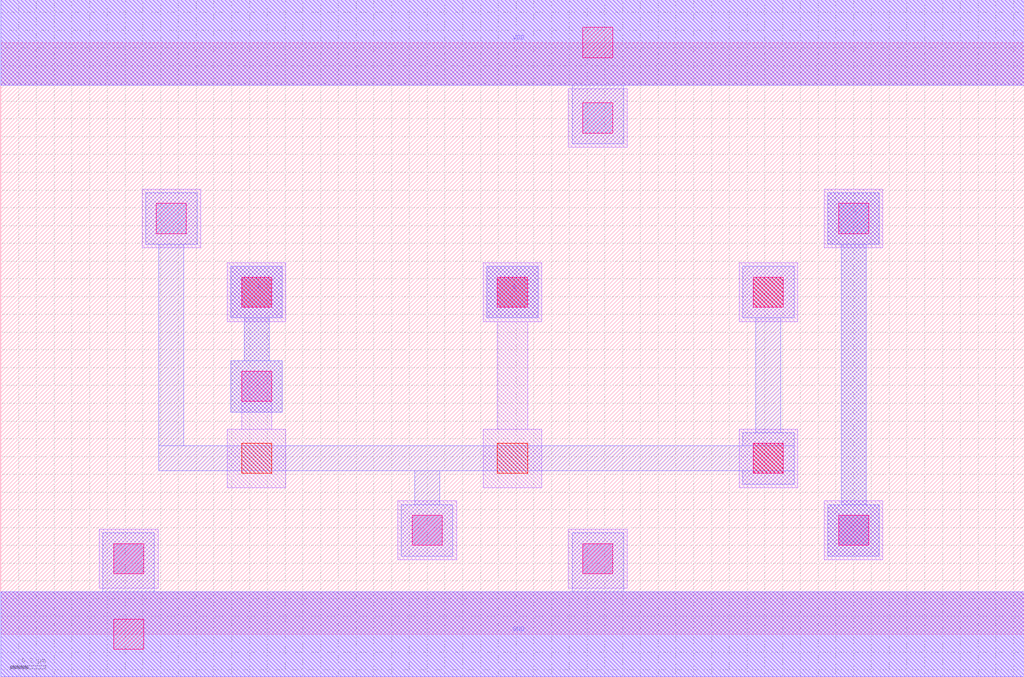
<source format=lef>
MACRO OR2X1
 CLASS CORE ;
 FOREIGN OR2X1 0 0 ;
 SIZE 5.76 BY 3.33 ;
 ORIGIN 0 0 ;
 SYMMETRY X Y R90 ;
 SITE unit ;
  PIN VDD
   DIRECTION INOUT ;
   USE POWER ;
   SHAPE ABUTMENT ;
    PORT
     CLASS CORE ;
       LAYER li1 ;
        RECT 0.00000000 3.09000000 5.76000000 3.57000000 ;
       LAYER met1 ;
        RECT 0.00000000 3.09000000 5.76000000 3.57000000 ;
    END
  END VDD

  PIN GND
   DIRECTION INOUT ;
   USE POWER ;
   SHAPE ABUTMENT ;
    PORT
     CLASS CORE ;
       LAYER li1 ;
        RECT 0.00000000 -0.24000000 5.76000000 0.24000000 ;
       LAYER met1 ;
        RECT 0.00000000 -0.24000000 5.76000000 0.24000000 ;
    END
  END GND

  PIN Y
   DIRECTION INOUT ;
   USE SIGNAL ;
   SHAPE ABUTMENT ;
    PORT
     CLASS CORE ;
       LAYER met1 ;
        RECT 4.65500000 0.44000000 4.94500000 0.73000000 ;
        RECT 4.73000000 0.73000000 4.87000000 2.19500000 ;
        RECT 4.65500000 2.19500000 4.94500000 2.48500000 ;
    END
  END Y

  PIN A
   DIRECTION INOUT ;
   USE SIGNAL ;
   SHAPE ABUTMENT ;
    PORT
     CLASS CORE ;
       LAYER met1 ;
        RECT 1.29500000 1.25000000 1.58500000 1.54000000 ;
        RECT 1.37000000 1.54000000 1.51000000 1.78000000 ;
        RECT 1.29500000 1.78000000 1.58500000 2.07000000 ;
    END
  END A

  PIN B
   DIRECTION INOUT ;
   USE SIGNAL ;
   SHAPE ABUTMENT ;
    PORT
     CLASS CORE ;
       LAYER met1 ;
        RECT 2.73500000 1.78000000 3.02500000 2.07000000 ;
    END
  END B

 OBS
    LAYER polycont ;
     RECT 1.35500000 0.90500000 1.52500000 1.07500000 ;
     RECT 2.79500000 0.90500000 2.96500000 1.07500000 ;
     RECT 4.23500000 0.90500000 4.40500000 1.07500000 ;
     RECT 1.35500000 1.84000000 1.52500000 2.01000000 ;
     RECT 2.79500000 1.84000000 2.96500000 2.01000000 ;
     RECT 4.23500000 1.84000000 4.40500000 2.01000000 ;

    LAYER pdiffc ;
     RECT 0.87500000 2.25500000 1.04500000 2.42500000 ;
     RECT 4.71500000 2.25500000 4.88500000 2.42500000 ;
     RECT 3.27500000 2.82000000 3.44500000 2.99000000 ;

    LAYER ndiffc ;
     RECT 0.63500000 0.34000000 0.80500000 0.51000000 ;
     RECT 3.27500000 0.34000000 3.44500000 0.51000000 ;
     RECT 2.31500000 0.50000000 2.48500000 0.67000000 ;
     RECT 4.71500000 0.50000000 4.88500000 0.67000000 ;

    LAYER li1 ;
     RECT 0.00000000 -0.24000000 5.76000000 0.24000000 ;
     RECT 0.55500000 0.26000000 0.88500000 0.59000000 ;
     RECT 3.19500000 0.26000000 3.52500000 0.59000000 ;
     RECT 2.23500000 0.42000000 2.56500000 0.75000000 ;
     RECT 4.63500000 0.42000000 4.96500000 0.75000000 ;
     RECT 4.15500000 0.82500000 4.48500000 1.15500000 ;
     RECT 1.27500000 0.82500000 1.60500000 1.15500000 ;
     RECT 1.35500000 1.15500000 1.52500000 1.48000000 ;
     RECT 1.27500000 1.76000000 1.60500000 2.09000000 ;
     RECT 2.71500000 0.82500000 3.04500000 1.15500000 ;
     RECT 2.79500000 1.15500000 2.96500000 1.76000000 ;
     RECT 2.71500000 1.76000000 3.04500000 2.09000000 ;
     RECT 4.15500000 1.76000000 4.48500000 2.09000000 ;
     RECT 0.79500000 2.17500000 1.12500000 2.50500000 ;
     RECT 4.63500000 2.17500000 4.96500000 2.50500000 ;
     RECT 3.19500000 2.74000000 3.52500000 3.07000000 ;
     RECT 0.00000000 3.09000000 5.76000000 3.57000000 ;

    LAYER viali ;
     RECT 0.63500000 -0.08500000 0.80500000 0.08500000 ;
     RECT 0.63500000 0.34000000 0.80500000 0.51000000 ;
     RECT 3.27500000 0.34000000 3.44500000 0.51000000 ;
     RECT 2.31500000 0.50000000 2.48500000 0.67000000 ;
     RECT 4.71500000 0.50000000 4.88500000 0.67000000 ;
     RECT 4.23500000 0.90500000 4.40500000 1.07500000 ;
     RECT 1.35500000 1.31000000 1.52500000 1.48000000 ;
     RECT 1.35500000 1.84000000 1.52500000 2.01000000 ;
     RECT 2.79500000 1.84000000 2.96500000 2.01000000 ;
     RECT 4.23500000 1.84000000 4.40500000 2.01000000 ;
     RECT 0.87500000 2.25500000 1.04500000 2.42500000 ;
     RECT 4.71500000 2.25500000 4.88500000 2.42500000 ;
     RECT 3.27500000 2.82000000 3.44500000 2.99000000 ;
     RECT 3.27500000 3.24500000 3.44500000 3.41500000 ;

    LAYER met1 ;
     RECT 0.00000000 -0.24000000 5.76000000 0.24000000 ;
     RECT 0.57500000 0.24000000 0.86500000 0.57000000 ;
     RECT 3.21500000 0.24000000 3.50500000 0.57000000 ;
     RECT 1.29500000 1.25000000 1.58500000 1.54000000 ;
     RECT 1.37000000 1.54000000 1.51000000 1.78000000 ;
     RECT 1.29500000 1.78000000 1.58500000 2.07000000 ;
     RECT 2.73500000 1.78000000 3.02500000 2.07000000 ;
     RECT 2.25500000 0.44000000 2.54500000 0.73000000 ;
     RECT 2.33000000 0.73000000 2.47000000 0.92000000 ;
     RECT 4.17500000 0.84500000 4.46500000 0.92000000 ;
     RECT 0.89000000 0.92000000 4.46500000 1.06000000 ;
     RECT 4.17500000 1.06000000 4.46500000 1.13500000 ;
     RECT 4.25000000 1.13500000 4.39000000 1.78000000 ;
     RECT 4.17500000 1.78000000 4.46500000 2.07000000 ;
     RECT 0.89000000 1.06000000 1.03000000 2.19500000 ;
     RECT 0.81500000 2.19500000 1.10500000 2.48500000 ;
     RECT 4.65500000 0.44000000 4.94500000 0.73000000 ;
     RECT 4.73000000 0.73000000 4.87000000 2.19500000 ;
     RECT 4.65500000 2.19500000 4.94500000 2.48500000 ;
     RECT 3.21500000 2.76000000 3.50500000 3.09000000 ;
     RECT 0.00000000 3.09000000 5.76000000 3.57000000 ;

 END
END OR2X1

</source>
